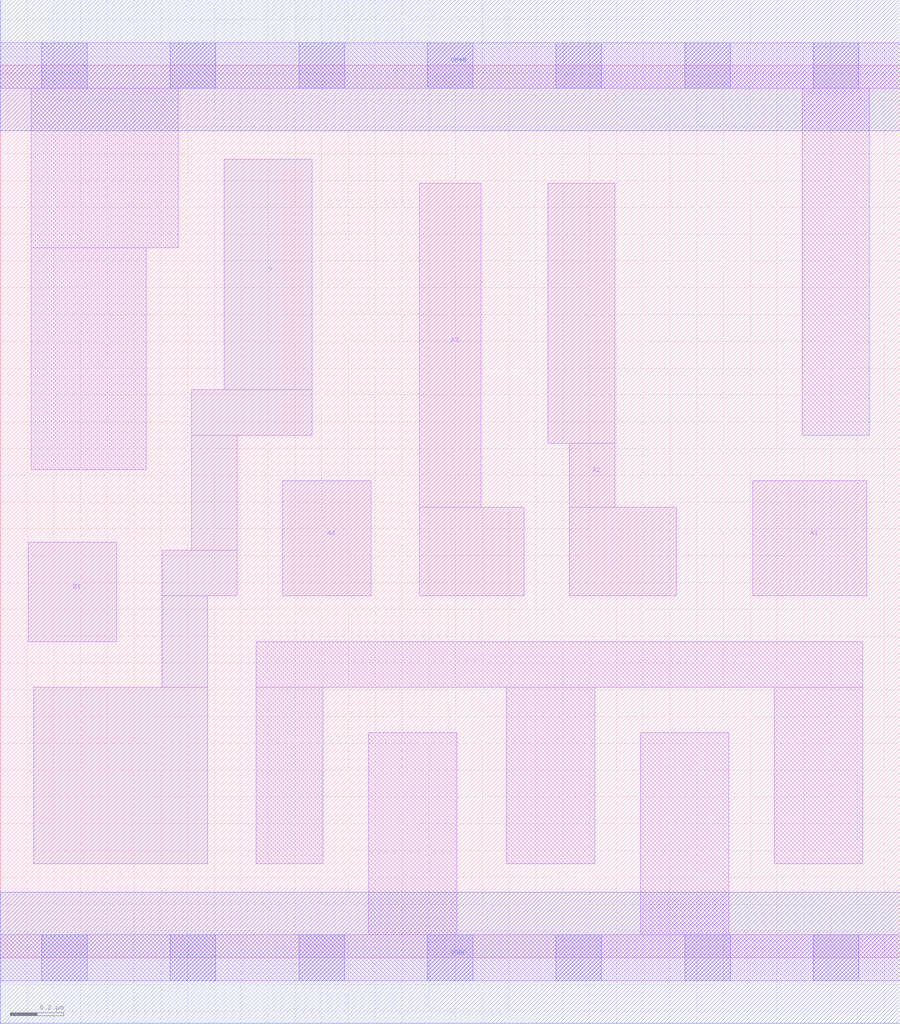
<source format=lef>
# Copyright 2020 The SkyWater PDK Authors
#
# Licensed under the Apache License, Version 2.0 (the "License");
# you may not use this file except in compliance with the License.
# You may obtain a copy of the License at
#
#     https://www.apache.org/licenses/LICENSE-2.0
#
# Unless required by applicable law or agreed to in writing, software
# distributed under the License is distributed on an "AS IS" BASIS,
# WITHOUT WARRANTIES OR CONDITIONS OF ANY KIND, either express or implied.
# See the License for the specific language governing permissions and
# limitations under the License.
#
# SPDX-License-Identifier: Apache-2.0

VERSION 5.7 ;
  NAMESCASESENSITIVE ON ;
  NOWIREEXTENSIONATPIN ON ;
  DIVIDERCHAR "/" ;
  BUSBITCHARS "[]" ;
UNITS
  DATABASE MICRONS 200 ;
END UNITS
MACRO sky130_fd_sc_ms__o41ai_1
  CLASS CORE ;
  SOURCE USER ;
  FOREIGN sky130_fd_sc_ms__o41ai_1 ;
  ORIGIN  0.000000  0.000000 ;
  SIZE  3.360000 BY  3.330000 ;
  SYMMETRY X Y ;
  SITE unit ;
  PIN A1
    ANTENNAGATEAREA  0.312600 ;
    DIRECTION INPUT ;
    USE SIGNAL ;
    PORT
      LAYER li1 ;
        RECT 2.810000 1.350000 3.235000 1.780000 ;
    END
  END A1
  PIN A2
    ANTENNAGATEAREA  0.312600 ;
    DIRECTION INPUT ;
    USE SIGNAL ;
    PORT
      LAYER li1 ;
        RECT 2.045000 1.920000 2.295000 2.890000 ;
        RECT 2.125000 1.350000 2.525000 1.680000 ;
        RECT 2.125000 1.680000 2.295000 1.920000 ;
    END
  END A2
  PIN A3
    ANTENNAGATEAREA  0.312600 ;
    DIRECTION INPUT ;
    USE SIGNAL ;
    PORT
      LAYER li1 ;
        RECT 1.565000 1.350000 1.955000 1.680000 ;
        RECT 1.565000 1.680000 1.795000 2.890000 ;
    END
  END A3
  PIN A4
    ANTENNAGATEAREA  0.312600 ;
    DIRECTION INPUT ;
    USE SIGNAL ;
    PORT
      LAYER li1 ;
        RECT 1.055000 1.350000 1.385000 1.780000 ;
    END
  END A4
  PIN B1
    ANTENNAGATEAREA  0.312600 ;
    DIRECTION INPUT ;
    USE SIGNAL ;
    PORT
      LAYER li1 ;
        RECT 0.105000 1.180000 0.435000 1.550000 ;
    END
  END B1
  PIN Y
    ANTENNADIFFAREA  0.569300 ;
    DIRECTION OUTPUT ;
    USE SIGNAL ;
    PORT
      LAYER li1 ;
        RECT 0.125000 0.350000 0.775000 1.010000 ;
        RECT 0.605000 1.010000 0.775000 1.350000 ;
        RECT 0.605000 1.350000 0.885000 1.520000 ;
        RECT 0.715000 1.520000 0.885000 1.950000 ;
        RECT 0.715000 1.950000 1.165000 2.120000 ;
        RECT 0.835000 2.120000 1.165000 2.980000 ;
    END
  END Y
  PIN VGND
    DIRECTION INOUT ;
    USE GROUND ;
    PORT
      LAYER met1 ;
        RECT 0.000000 -0.245000 3.360000 0.245000 ;
    END
  END VGND
  PIN VPWR
    DIRECTION INOUT ;
    USE POWER ;
    PORT
      LAYER met1 ;
        RECT 0.000000 3.085000 3.360000 3.575000 ;
    END
  END VPWR
  OBS
    LAYER li1 ;
      RECT 0.000000 -0.085000 3.360000 0.085000 ;
      RECT 0.000000  3.245000 3.360000 3.415000 ;
      RECT 0.115000  1.820000 0.545000 2.650000 ;
      RECT 0.115000  2.650000 0.665000 3.245000 ;
      RECT 0.955000  0.350000 1.205000 1.010000 ;
      RECT 0.955000  1.010000 3.220000 1.180000 ;
      RECT 1.375000  0.085000 1.705000 0.840000 ;
      RECT 1.890000  0.350000 2.220000 1.010000 ;
      RECT 2.390000  0.085000 2.720000 0.840000 ;
      RECT 2.890000  0.350000 3.220000 1.010000 ;
      RECT 2.995000  1.950000 3.245000 3.245000 ;
    LAYER mcon ;
      RECT 0.155000 -0.085000 0.325000 0.085000 ;
      RECT 0.155000  3.245000 0.325000 3.415000 ;
      RECT 0.635000 -0.085000 0.805000 0.085000 ;
      RECT 0.635000  3.245000 0.805000 3.415000 ;
      RECT 1.115000 -0.085000 1.285000 0.085000 ;
      RECT 1.115000  3.245000 1.285000 3.415000 ;
      RECT 1.595000 -0.085000 1.765000 0.085000 ;
      RECT 1.595000  3.245000 1.765000 3.415000 ;
      RECT 2.075000 -0.085000 2.245000 0.085000 ;
      RECT 2.075000  3.245000 2.245000 3.415000 ;
      RECT 2.555000 -0.085000 2.725000 0.085000 ;
      RECT 2.555000  3.245000 2.725000 3.415000 ;
      RECT 3.035000 -0.085000 3.205000 0.085000 ;
      RECT 3.035000  3.245000 3.205000 3.415000 ;
  END
END sky130_fd_sc_ms__o41ai_1
END LIBRARY

</source>
